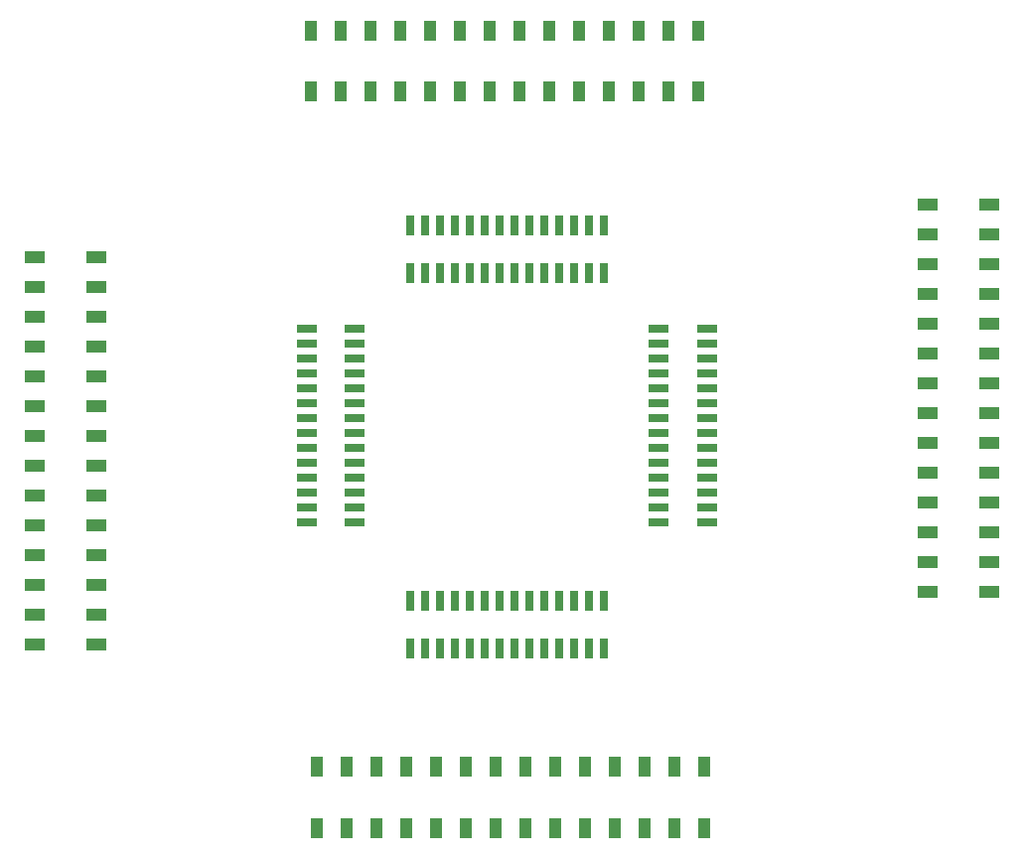
<source format=gtp>
G04*
G04 #@! TF.GenerationSoftware,Altium Limited,Altium Designer,23.11.1 (41)*
G04*
G04 Layer_Color=8421504*
%FSLAX44Y44*%
%MOMM*%
G71*
G04*
G04 #@! TF.SameCoordinates,00D06A11-A73A-467B-94DC-87872A238894*
G04*
G04*
G04 #@! TF.FilePolarity,Positive*
G04*
G01*
G75*
%ADD11R,1.8000X1.0000*%
%ADD12R,0.7400X1.7000*%
%ADD13R,1.0000X1.8000*%
%ADD14R,1.7000X0.7400*%
D11*
X843350Y262890D02*
D03*
Y288290D02*
D03*
X895350Y262890D02*
D03*
Y288290D02*
D03*
X843350Y339090D02*
D03*
X895350D02*
D03*
X843350Y364490D02*
D03*
X895350D02*
D03*
X843350Y440690D02*
D03*
X895350D02*
D03*
X843350Y491490D02*
D03*
X895350D02*
D03*
X843350Y567690D02*
D03*
X895350D02*
D03*
X843350Y593090D02*
D03*
X895350D02*
D03*
Y542290D02*
D03*
X843350D02*
D03*
X895350Y516890D02*
D03*
X843350D02*
D03*
X895350Y466090D02*
D03*
X843350D02*
D03*
X895350Y415290D02*
D03*
X843350D02*
D03*
X895350Y389890D02*
D03*
X843350D02*
D03*
X895350Y313690D02*
D03*
X843350D02*
D03*
X81950Y218440D02*
D03*
Y243840D02*
D03*
X133950Y218440D02*
D03*
Y243840D02*
D03*
X81950Y294640D02*
D03*
X133950D02*
D03*
X81950Y320040D02*
D03*
X133950D02*
D03*
X81950Y396240D02*
D03*
X133950D02*
D03*
X81950Y447040D02*
D03*
X133950D02*
D03*
X81950Y523240D02*
D03*
X133950D02*
D03*
X81950Y548640D02*
D03*
X133950D02*
D03*
Y497840D02*
D03*
X81950D02*
D03*
X133950Y472440D02*
D03*
X81950D02*
D03*
X133950Y421640D02*
D03*
X81950D02*
D03*
X133950Y370840D02*
D03*
X81950D02*
D03*
X133950Y345440D02*
D03*
X81950D02*
D03*
X133950Y269240D02*
D03*
X81950D02*
D03*
D12*
X465240Y214580D02*
D03*
X477940D02*
D03*
X465240Y255580D02*
D03*
X477940D02*
D03*
X490640Y214580D02*
D03*
Y255580D02*
D03*
X566840Y214580D02*
D03*
Y255580D02*
D03*
X554140D02*
D03*
X541440D02*
D03*
X554140Y214580D02*
D03*
X541440D02*
D03*
X528740Y255580D02*
D03*
Y214580D02*
D03*
X516040Y255580D02*
D03*
X503340D02*
D03*
X516040Y214580D02*
D03*
X503340D02*
D03*
X452540Y255580D02*
D03*
X439840D02*
D03*
X427140D02*
D03*
X414440D02*
D03*
X401740D02*
D03*
X452540Y214580D02*
D03*
X439840D02*
D03*
X427140D02*
D03*
X414440D02*
D03*
X401740D02*
D03*
X465240Y534580D02*
D03*
X477940D02*
D03*
X465240Y575580D02*
D03*
X477940D02*
D03*
X490640Y534580D02*
D03*
Y575580D02*
D03*
X566840Y534580D02*
D03*
Y575580D02*
D03*
X554140D02*
D03*
X541440D02*
D03*
X554140Y534580D02*
D03*
X541440D02*
D03*
X528740Y575580D02*
D03*
Y534580D02*
D03*
X516040Y575580D02*
D03*
X503340D02*
D03*
X516040Y534580D02*
D03*
X503340D02*
D03*
X452540Y575580D02*
D03*
X439840D02*
D03*
X427140D02*
D03*
X414440D02*
D03*
X401740D02*
D03*
X452540Y534580D02*
D03*
X439840D02*
D03*
X427140D02*
D03*
X414440D02*
D03*
X401740D02*
D03*
D13*
X652780Y61630D02*
D03*
X627380D02*
D03*
X652780Y113630D02*
D03*
X627380D02*
D03*
X576580Y61630D02*
D03*
Y113630D02*
D03*
X551180Y61630D02*
D03*
Y113630D02*
D03*
X474980Y61630D02*
D03*
Y113630D02*
D03*
X424180Y61630D02*
D03*
Y113630D02*
D03*
X347980Y61630D02*
D03*
Y113630D02*
D03*
X322580Y61630D02*
D03*
Y113630D02*
D03*
X373380D02*
D03*
Y61630D02*
D03*
X398780Y113630D02*
D03*
Y61630D02*
D03*
X449580Y113630D02*
D03*
Y61630D02*
D03*
X500380Y113630D02*
D03*
Y61630D02*
D03*
X525780Y113630D02*
D03*
Y61630D02*
D03*
X601980Y113630D02*
D03*
Y61630D02*
D03*
X647700Y689610D02*
D03*
X622300D02*
D03*
X647700Y741610D02*
D03*
X622300D02*
D03*
X571500Y689610D02*
D03*
Y741610D02*
D03*
X546100Y689610D02*
D03*
Y741610D02*
D03*
X469900Y689610D02*
D03*
Y741610D02*
D03*
X419100Y689610D02*
D03*
Y741610D02*
D03*
X342900Y689610D02*
D03*
Y741610D02*
D03*
X317500Y689610D02*
D03*
Y741610D02*
D03*
X368300D02*
D03*
Y689610D02*
D03*
X393700Y741610D02*
D03*
Y689610D02*
D03*
X444500Y741610D02*
D03*
Y689610D02*
D03*
X495300Y741610D02*
D03*
Y689610D02*
D03*
X520700Y741610D02*
D03*
Y689610D02*
D03*
X596900Y741610D02*
D03*
Y689610D02*
D03*
D14*
X313790Y424130D02*
D03*
Y411430D02*
D03*
X354790Y424130D02*
D03*
Y411430D02*
D03*
X313790Y398730D02*
D03*
X354790D02*
D03*
X313790Y322530D02*
D03*
X354790D02*
D03*
Y335230D02*
D03*
Y347930D02*
D03*
X313790Y335230D02*
D03*
Y347930D02*
D03*
X354790Y360630D02*
D03*
X313790D02*
D03*
X354790Y373330D02*
D03*
Y386030D02*
D03*
X313790Y373330D02*
D03*
Y386030D02*
D03*
X354790Y436830D02*
D03*
Y449530D02*
D03*
Y462230D02*
D03*
Y474930D02*
D03*
Y487630D02*
D03*
X313790Y436830D02*
D03*
Y449530D02*
D03*
Y462230D02*
D03*
Y474930D02*
D03*
Y487630D02*
D03*
X613790Y424130D02*
D03*
Y411430D02*
D03*
X654790Y424130D02*
D03*
Y411430D02*
D03*
X613790Y398730D02*
D03*
X654790D02*
D03*
X613790Y322530D02*
D03*
X654790D02*
D03*
Y335230D02*
D03*
Y347930D02*
D03*
X613790Y335230D02*
D03*
Y347930D02*
D03*
X654790Y360630D02*
D03*
X613790D02*
D03*
X654790Y373330D02*
D03*
Y386030D02*
D03*
X613790Y373330D02*
D03*
Y386030D02*
D03*
X654790Y436830D02*
D03*
Y449530D02*
D03*
Y462230D02*
D03*
Y474930D02*
D03*
Y487630D02*
D03*
X613790Y436830D02*
D03*
Y449530D02*
D03*
Y462230D02*
D03*
Y474930D02*
D03*
Y487630D02*
D03*
M02*

</source>
